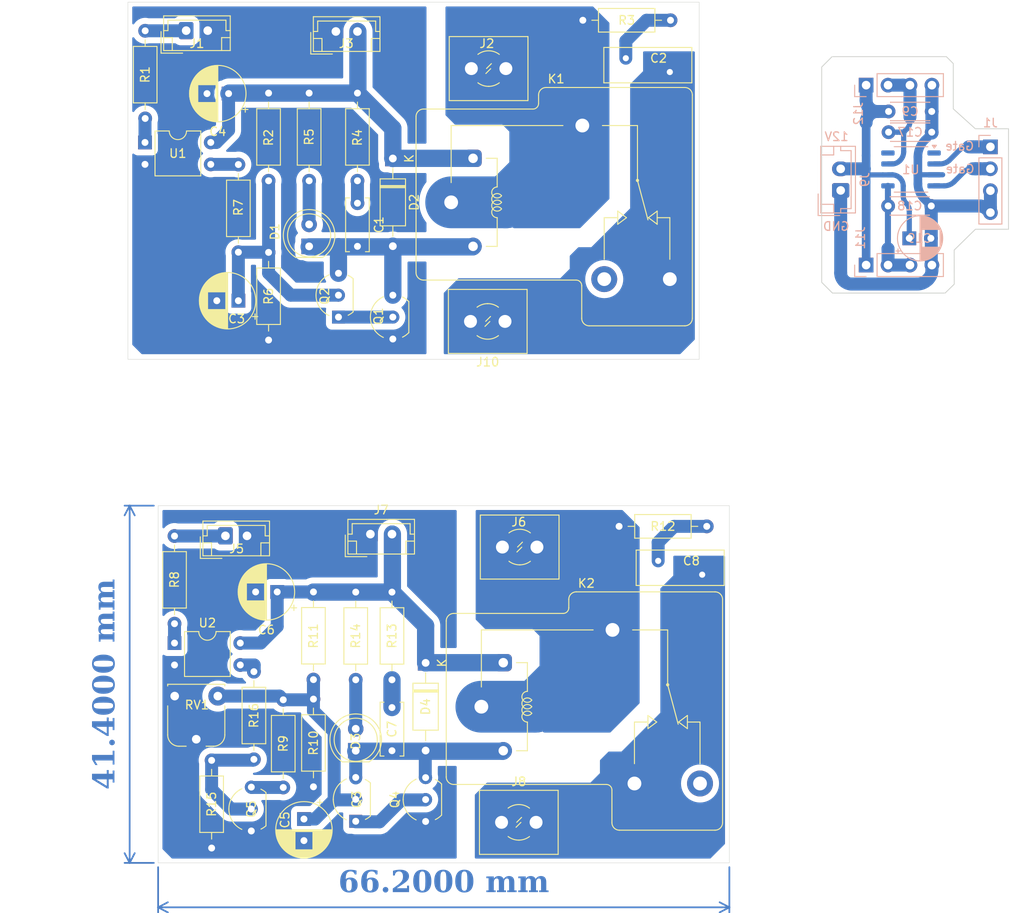
<source format=kicad_pcb>
(kicad_pcb (version 20240108) (generator "pcbnew") (generator_version "8.0")
  (layers (0 "F.Cu" signal) (31 "B.Cu" signal) (34 "B.Paste" user) (35 "F.Paste" user) (36 "B.SilkS" user "B.Silkscreen") (37 "F.SilkS" user "F.Silkscreen") (38 "B.Mask" user) (39 "F.Mask" user) (44 "Edge.Cuts" user))
  (net 0 "")
  (net 1 "Net-(D1-K)")
  (net 2 "Net-(C1-Pad1)")
  (net 3 "VDD")
  (net 4 "Net-(C2-Pad1)")
  (net 5 "GND")
  (net 6 "Net-(Q2-B)")
  (net 7 "Net-(D1-A)")
  (net 8 "+12V")
  (net 9 "/Relay")
  (net 10 "+48V")
  (net 11 "Net-(Q3-B)")
  (net 12 "Net-(Q1-B)")
  (net 13 "Net-(R1-Pad1)")
  (net 14 "Net-(R7-Pad2)")
  (net 15 "Net-(D3-K)")
  (net 16 "Net-(C7-Pad1)")
  (net 17 "Net-(C8-Pad1)")
  (net 18 "Net-(D3-A)")
  (net 19 "Net-(Q3-E)")
  (net 20 "Net-(R8-Pad1)")
  (net 21 "Net-(Q5-C)")
  (net 24 "Net-(Q5-B)")
  (net 25 "Net-(R16-Pad2)")
  (footprint "Capacitor_THT:CP_Radial_D6.3mm_P2.50mm" (layer "F.Cu") (at 119.4 55.25 180)
    (property "Reference" "C3")
    (property "Value" "220uF_16V")
  )
  (footprint "Resistor_THT:R_Axial_DIN0207_L6.3mm_D2.5mm_P10.16mm_Horizontal" (layer "F.Cu") (at 124.6 101.5 -90)
    (property "Reference" "R9")
    (property "Value" "22")
  )
  (footprint "Package_TO_SOT_THT:TO-92_Inline_Wide" (layer "F.Cu") (at 141.1 115.6 90)
    (property "Reference" "Q4")
    (property "Value" "2N2222")
  )
  (footprint "Capacitor_THT:C_Disc_D6.0mm_W2.5mm_P5.00mm" (layer "F.Cu") (at 137.2 102.4 -90)
    (property "Reference" "C7")
    (property "Value" "104/100V")
  )
  (footprint "Package_TO_SOT_THT:TO-92L_Inline_Wide" (layer "F.Cu") (at 133 115.58 90)
    (property "Reference" "Q3")
    (property "Value" "2N3904")
  )
  (footprint "Capacitor_THT:CP_Radial_D6.3mm_P2.50mm" (layer "F.Cu") (at 123.9 89 180)
    (property "Reference" "C6")
    (property "Value" "220uF_25V")
  )
  (footprint "TerminalBlock_MetzConnect:TerminalBlock_MetzConnect_360291_1x01_Horizontal_ScrewM3.0_Boxed" (layer "F.Cu") (at 150 83.8)
    (property "Reference" "J6")
    (property "Value" "+48VDC/COM")
  )
  (footprint "Resistor_THT:R_Axial_DIN0207_L6.3mm_D2.5mm_P10.16mm_Horizontal" (layer "F.Cu") (at 137.2 89.02 -90)
    (property "Reference" "R13")
    (property "Value" "100")
  )
  (footprint "Package_TO_SOT_THT:TO-92L_Inline_Wide" (layer "F.Cu") (at 120.9 116.7 90)
    (property "Reference" "Q5")
    (property "Value" "2N3904")
  )
  (footprint "Resistor_THT:R_Axial_DIN0207_L6.3mm_D2.5mm_P10.16mm_Horizontal" (layer "F.Cu") (at 122.9 41.35 90)
    (property "Reference" "R2")
    (property "Value" "100k")
  )
  (footprint "Connector_JST:JST_EH_B2B-EH-A_1x02_P2.50mm_Vertical" (layer "F.Cu") (at 117.9 82.5)
    (property "Reference" "J5")
    (property "Value" "In Relay")
  )
  (footprint "Capacitor_THT:CP_Radial_D6.3mm_P2.50mm" (layer "F.Cu") (at 127 115.31762 -90)
    (property "Reference" "C5")
    (property "Value" "100uF_16V")
  )
  (footprint "Capacitor_THT:C_Disc_D6.0mm_W2.5mm_P5.00mm" (layer "F.Cu") (at 133.2 43.95 -90)
    (property "Reference" "C1")
    (property "Value" "104/100V")
  )
  (footprint "Connector_JST:JST_EH_B2B-EH-A_1x02_P2.50mm_Vertical" (layer "F.Cu") (at 134.7 82.3)
    (property "Reference" "J7")
    (property "Value" "12V")
  )
  (footprint "Resistor_THT:R_Axial_DIN0207_L6.3mm_D2.5mm_P10.16mm_Horizontal" (layer "F.Cu") (at 108.6 34.13 90)
    (property "Reference" "R1")
    (property "Value" "1k")
  )
  (footprint "Resistor_THT:R_Axial_DIN0207_L6.3mm_D2.5mm_P10.16mm_Horizontal" (layer "F.Cu") (at 163.52 81.4)
    (property "Reference" "R12")
    (property "Value" "100")
  )
  (footprint "Package_TO_SOT_THT:TO-92_Inline_Wide" (layer "F.Cu") (at 137.3 59.69 90)
    (property "Reference" "Q1")
    (property "Value" "2N2222")
  )
  (footprint "Diode_THT:D_A-405_P10.16mm_Horizontal" (layer "F.Cu") (at 141.1 97.22 -90)
    (property "Reference" "D4")
    (property "Value" "D")
  )
  (footprint "Package_DIP:DIP-4_W7.62mm" (layer "F.Cu") (at 108.58 36.91)
    (property "Reference" "U1")
    (property "Value" "EL817")
  )
  (footprint "Resistor_THT:R_Axial_DIN0207_L6.3mm_D2.5mm_P10.16mm_Horizontal" (layer "F.Cu") (at 128.1 111.58 90)
    (property "Reference" "R10")
    (property "Value" "200k")
  )
  (footprint "Resistor_THT:R_Axial_DIN0207_L6.3mm_D2.5mm_P10.16mm_Horizontal" (layer "F.Cu") (at 133.2 31.19 -90)
    (property "Reference" "R4")
    (property "Value" "100")
  )
  (footprint "Relay_THT:Relay_SPDT_RAYEX-L90" (layer "F.Cu") (at 147.56 102.3)
    (property "Reference" "K2")
    (property "Value" "RAYEX-L90")
  )
  (footprint "LED_THT:LED_D5.0mm_Clear" (layer "F.Cu") (at 133 107.4 90)
    (property "Reference" "D3")
    (property "Value" "LED")
  )
  (footprint "Resistor_THT:R_Axial_DIN0207_L6.3mm_D2.5mm_P10.16mm_Horizontal" (layer "F.Cu") (at 159.32 22.75)
    (property "Reference" "R3")
    (property "Value" "100")
  )
  (footprint "Relay_THT:Relay_SPDT_RAYEX-L90" (layer "F.Cu") (at 144.06 43.85)
    (property "Reference" "K1")
    (property "Value" "RAYEX-L90")
  )
  (footprint "Resistor_THT:R_Axial_DIN0207_L6.3mm_D2.5mm_P10.16mm_Horizontal" (layer "F.Cu") (at 128.1 99.16 90)
    (property "Reference" "R11")
    (property "Value" "100k")
  )
  (footprint "Resistor_THT:R_Axial_DIN0207_L6.3mm_D2.5mm_P10.16mm_Horizontal" (layer "F.Cu") (at 112 92.68 90)
    (property "Reference" "R8")
    (property "Value" "1k")
  )
  (footprint "LED_THT:LED_D5.0mm_Clear" (layer "F.Cu") (at 127.6 48.95 90)
    (property "Reference" "D1")
    (property "Value" "LED")
  )
  (footprint "Capacitor_THT:CP_Radial_D6.3mm_P2.50mm" (layer "F.Cu") (at 118.264759 31.249997 180)
    (property "Reference" "C4")
    (property "Value" "220uF_25V")
  )
  (footprint "Resistor_THT:R_Axial_DIN0207_L6.3mm_D2.5mm_P10.16mm_Horizontal" (layer "F.Cu") (at 116.3 118.68 90)
    (property "Reference" "R15")
    (property "Value" "1k")
  )
  (footprint "Resistor_THT:R_Axial_DIN0207_L6.3mm_D2.5mm_P10.16mm_Horizontal" (layer "F.Cu") (at 121.2 108.4 90)
    (property "Reference" "R16")
    (property "Value" "1k")
  )
  (footprint "TerminalBlock_MetzConnect:TerminalBlock_MetzConnect_360291_1x01_Horizontal_ScrewM3.0_Boxed" (layer "F.Cu") (at 146.4 28.35)
    (property "Reference" "J2")
    (property "Value" "+48VDC")
  )
  (footprint "Package_DIP:DIP-4_W7.62mm" (layer "F.Cu") (at 112 94.925)
    (property "Reference" "U2")
    (property "Value" "EL817")
  )
  (footprint "Connector_JST:JST_EH_B2B-EH-A_1x02_P2.50mm_Vertical" (layer "F.Cu") (at 113.35 23.95)
    (property "Reference" "J1")
    (property "Value" "In Relay")
  )
  (footprint "Fuse:Fuse_BelFuse_0ZRE0016FF_L9.9mm_W3.8mm" (layer "F.Cu") (at 168.05 85.4)
    (property "Reference" "C8")
    (property "Value" "102/250V")
  )
  (footprint "Package_TO_SOT_THT:TO-92L_Inline_Wide" (layer "F.Cu") (at 131 57.15 90)
    (property "Reference" "Q2")
    (property "Value" "2N3904")
  )
  (footprint "Diode_THT:D_A-405_P10.16mm_Horizontal" (layer "F.Cu") (at 137.3 38.77 -90)
    (property "Reference" "D2")
    (property "Value" "D")
  )
  (footprint "Resistor_THT:R_Axial_DIN0207_L6.3mm_D2.5mm_P10.16mm_Horizontal" (layer "F.Cu") (at 127.6 31.19 -90)
    (property "Reference" "R5")
    (property "Value" "10k")
  )
  (footprint "Resistor_THT:R_Axial_DIN0207_L6.3mm_D2.5mm_P10.16mm_Horizontal" (layer "F.Cu") (at 122.9 59.81 90)
    (property "Reference" "R6")
    (property "Value" "33k")
  )
  (footprint "Connector_JST:JST_EH_B2B-EH-A_1x02_P2.50mm_Vertical" (layer "F.Cu") (at 130.7 24.05)
    (property "Reference" "J3")
    (property "Value" "12V")
  )
  (footprint "Resistor_THT:R_Axial_DIN0207_L6.3mm_D2.5mm_P10.16mm_Horizontal" (layer "F.Cu") (at 133 89.02 -90)
    (property "Reference" "R14")
    (property "Value" "10k")
  )
  (footprint "PCM_SL_Devices:Potentiometer_RM065" (layer "F.Cu") (at 114.55 103.1)
    (property "Reference" "RV1")
    (property "Value" "200k")
  )
  (footprint "TerminalBlock_MetzConnect:TerminalBlock_MetzConnect_360291_1x01_Horizontal_ScrewM3.0_Boxed" (layer "F.Cu") (at 149.9 115.7)
    (property "Reference" "J8")
    (property "Value" "VDD/NO")
  )
  (footprint "Fuse:Fuse_BelFuse_0ZRE0016FF_L9.9mm_W3.8mm" (layer "F.Cu") (at 164.3 27.15)
    (property "Reference" "C2")
    (property "Value" "102/250V")
  )
  (footprint "Resistor_THT:R_Axial_DIN0207_L6.3mm_D2.5mm_P10.16mm_Horizontal" (layer "F.Cu") (at 119.4 49.63 90)
    (property "Reference" "R7")
    (property "Value" "22")
  )
  (footprint "TerminalBlock_MetzConnect:TerminalBlock_MetzConnect_360291_1x01_Horizontal_ScrewM3.0_Boxed" (layer "F.Cu") (at 150.3 57.65 180)
    (property "Reference" "J10")
    (property "Value" "VDD/NC")
  )
  (footprint "Capacitor_THT:C_Disc_D4.3mm_W1.9mm_P5.00mm" (layer "B.Cu") (at 194.75 33.319697)
    (property "Reference" "C9")
    (property "Value" "104")
  )
  (footprint "Connector_PinSocket_2.54mm:PinSocket_1x04_P2.54mm_Vertical" (layer "B.Cu") (at 192.15 30.269697 -90)
    (property "Reference" "J12")
    (property "Value" "Conn_01x04")
  )
  (footprint "Capacitor_THT:C_Disc_D4.3mm_W1.9mm_P5.00mm" (layer "B.Cu") (at 194.7 44.269697)
    (property "Reference" "C18")
    (property "Value" "102")
  )
  (footprint "Connector_JST:JST_EH_B2B-EH-A_1x02_P2.50mm_Vertical" (layer "B.Cu") (at 189.2 42.469697 90)
    (property "Reference" "J9")
    (property "Value" "12V Gdriver")
  )
  (footprint "Connector_PinSocket_2.54mm:PinSocket_1x04_P2.54mm_Vertical" (layer "B.Cu") (at 192.15 51.119697 -90)
    (property "Reference" "J11")
    (property "Value" "Conn_01x04")
  )
  (footprint "Connector_PinSocket_2.54mm:PinSocket_1x04_P2.54mm_Vertical" (layer "B.Cu") (at 206.55 37.419697 180)
    (property "Reference" "J1")
    (property "Value" "Conn_01x04")
  )
  (footprint "Capacitor_THT:CP_Radial_D5.0mm_P2.50mm" (layer "B.Cu") (at 197.15 48.019697)
    (property "Reference" "C19")
    (property "Value" "10uF/50V")
  )
  (footprint "Capacitor_THT:C_Disc_D4.3mm_W1.9mm_P5.00mm" (layer "B.Cu") (at 194.75 35.719697)
    (property "Reference" "C17")
    (property "Value" "102")
  )
  (footprint "Package_SO:SSOP-8_3.9x5.05mm_P1.27mm" (layer "B.Cu") (at 197.35 40.034697 180)
    (property "Reference" "U1")
    (property "Value" "IRS4427S")
  )
  (gr_rect (start 110.1 79) (end 176.3 120.4) (stroke (width 0.05)) (fill none) (layer "Edge.Cuts"))
  (gr_poly (pts (xy 201.45 26.969697) (xy 188.2 26.969697) (xy 187 28.169697) (xy 187 53.119697) (xy 188.25 54.369697) (xy 201.297502 54.369697) (xy 202.361282 53.331835) (xy 202.355149 49.38035) (xy 204.810891 46.972671) (xy 208.65 46.969697) (xy 208.65 35.319697) (xy 204.8 35.319697) (xy 202.25 33.019697) (xy 202.25 27.769697)) (stroke (width 0.1)) (fill none) (layer "Edge.Cuts"))
  (gr_rect (start 106.6 20.65) (end 172.8 62.05) (stroke (width 0.05)) (fill none) (layer "Edge.Cuts"))
  (gr_text "12V" (at 190.2 36.819697 -0) (layer "B.SilkS") (effects (font (size 1 1)) (justify left bottom mirror)))
  (gr_text "Gate" (at 204.8 40.569697 -0) (layer "B.SilkS") (effects (font (size 1 1)) (justify left bottom mirror)))
  (gr_text "GND" (at 190.3 47.219697 -0) (layer "B.SilkS") (effects (font (size 1 1)) (justify left bottom mirror)))
  (gr_text "Gate" (at 204.75 37.919697 -0) (layer "B.SilkS") (effects (font (size 1 1)) (justify left bottom mirror)))
  (dimension (type aligned) (layer "B.Cu") (pts (xy 110.1 79) (xy 110.1 120.4)) (height 3.3) (gr_text "41.4000 mm" (at 104 99.7 90) (layer "B.Cu") (effects (font (face "Times New Roman") (size 2.5 2.5) (thickness 0.3) (bold yes)))) (format (prefix "") (suffix "") (units 3) (units_format 1) (precision 4)) (style (thickness 0.2) (arrow_length 1.27) (text_position_mode 0) (extension_height 0.58642) (extension_offset 0.5) keep_text_aligned))
  (dimension (type aligned) (layer "B.Cu") (pts (xy 110.1 120.4) (xy 176.3 120.4)) (height 5.15) (gr_text "66.2000 mm" (at 143.2 122.75 0) (layer "B.Cu") (effects (font (face "Times New Roman") (size 2.5 2.5) (thickness 0.3) (bold yes)))) (format (prefix "") (suffix "") (units 3) (units_format 1) (precision 4)) (style (thickness 0.2) (arrow_length 1.27) (text_position_mode 0) (extension_height 0.58642) (extension_offset 0.5) keep_text_aligned))
  (segment (start 198.96 36.632773) (end 199.77 35.822773) (width 1) (layer "B.Cu") (net 0))
  (segment (start 199.77 35.822773) (end 199.77 30.269697) (width 1.5) (layer "B.Cu") (net 0))
  (segment (start 196.43 30.269697) (end 194.69 30.269697) (width 1.5) (layer "B.Cu") (net 0))
  (segment (start 204.312139 37.419697) (end 204.036417 37.419697) (width 1.5) (layer "B.Cu") (net 0))
  (segment (start 206.300722 37.419697) (end 206.55 37.419697) (width 1.5) (layer "B.Cu") (net 0))
  (segment (start 196.5 35.869697) (end 196.5 37.981227) (width 0.6) (layer "B.Cu") (net 0))
  (segment (start 192.15 38.419697) (end 192.15 39.319697) (width 1) (layer "B.Cu") (net 0))
  (segment (start 196.45 43.124722) (end 196.45 41.950027) (width 0.6) (layer "B.Cu") (net 0))
  (segment (start 197.23 34.473509) (end 197.23 33.971603) (width 0.6) (layer "B.Cu") (net 0))
  (segment (start 197.15 44.814671) (end 197.15 48.019697) (width 0.6) (layer "B.Cu") (net 0))
  (segment (start 196.275 35.719697) (end 196.125 35.719697) (width 0.6) (layer "B.Cu") (net 0))
  (segment (start 192.15 32.019697) (end 192.15 34.619697) (width 1) (layer "B.Cu") (net 0))
  (segment (start 196.062392 41.032089) (end 196.075 41.044697) (width 0.6) (layer "B.Cu") (net 0))
  (segment (start 197.23 32.269697) (end 197.23 32.967791) (width 1.5) (layer "B.Cu") (net 0))
  (segment (start 192.160606 40.669697) (end 194.091522 40.669697) (width 0.6) (layer "B.Cu") (net 0))
  (segment (start 197.23 31.469697) (end 197.23 31.069697) (width 1.5) (layer "B.Cu") (net 0))
  (segment (start 204.499084 39.959697) (end 204.369473 39.959697) (width 0.6) (layer "B.Cu") (net 0))
  (segment (start 205.844744 39.959697) (end 206.081104 39.959697) (width 1.5) (layer "B.Cu") (net 0))
  (segment (start 195.1875 40.669697) (end 194.675 40.669697) (width 0.6) (layer "B.Cu") (net 0))
  (segment (start 199.805 44.304697) (end 199.77 44.339697) (width 1.5) (layer "B.Cu") (net 0))
  (segment (start 204.758306 39.959697) (end 204.914604 39.959697) (width 1.5) (layer "B.Cu") (net 0))
  (segment (start 192.15 39.654545) (end 192.15 39.319697) (width 1) (layer "B.Cu") (net 0))
  (segment (start 192.15 39.884848) (end 192.15 40.115151) (width 1) (layer "B.Cu") (net 0))
  (segment (start 198.874784 43.444481) (end 199.7 44.269697) (width 1) (layer "B.Cu") (net 0))
  (segment (start 198.1575 40.662197) (end 198.175606 40.654697) (width 0.6) (layer "B.Cu") (net 0))
  (segment (start 201.189004 41.939697) (end 200.025 41.939697) (width 0.6) (layer "B.Cu") (net 0))
  (segment (start 205.218637 37.419697) (end 204.890027 37.419697) (width 1.5) (layer "B.Cu") (net 0))
  (segment (start 192.15 32.019697) (end 192.15 30.269697) (width 1.5) (layer "B.Cu") (net 0))
  (segment (start 205.235527 44.269697) (end 199.889497 44.269697) (width 1.5) (layer "B.Cu") (net 0))
  (segment (start 198.15 40.65909) (end 198.15 38.588285) (width 1) (layer "B.Cu") (net 0))
  (segment (start 196.35 35.719697) (end 196.275 35.719697) (width 0.6) (layer "B.Cu") (net 0))
  (segment (start 200.6975 39.399697) (end 200.025 39.399697) (width 0.6) (layer "B.Cu") (net 0))
  (segment (start 205.802166 37.419697) (end 205.218637 37.419697) (width 1.5) (layer "B.Cu") (net 0))
  (segment (start 195.75 35.719697) (end 194.75 35.719697) (width 0.6) (layer "B.Cu") (net 0))
  (segment (start 197.23 31.469697) (end 197.23 32.269697) (width 1.5) (layer "B.Cu") (net 0))
  (segment (start 189.2 39.969697) (end 191.95 39.969697) (width 1.5) (layer "B.Cu") (net 0))
  (segment (start 192.15 40.115151) (end 192.15 40.329544) (width 1) (layer "B.Cu") (net 0))
  (segment (start 194.69 49.245303) (end 194.69 51.119697) (width 1.5) (layer "B.Cu") (net 0))
  (segment (start 199.7 51.000199) (end 199.7 44.269697) (width 1.5) (layer "B.Cu") (net 0))
  (segment (start 205.379674 39.959697) (end 204.914604 39.959697) (width 1.5) (layer "B.Cu") (net 0))
  (segment (start 192.15 40.329544) (end 192.15 40.549241) (width 1) (layer "B.Cu") (net 0))
  (segment (start 199.27104 52.820737) (end 199.345 52.746777) (width 1.5) (layer "B.Cu") (net 0))
  (segment (start 198.15 41.694697) (end 198.15 40.680303) (width 1) (layer "B.Cu") (net 0))
  (segment (start 205.235527 44.269697) (end 199.7 44.269697) (width 1.5) (layer "B.Cu") (net 0))
  (segment (start 192.15 40.65909) (end 192.15 40.549241) (width 1) (layer "B.Cu") (net 0))
  (segment (start 194.675 49.20909) (end 194.675 41.939697) (width 0.7) (layer "B.Cu") (net 0))
  (segment (start 204.561417 37.419697) (end 204.312139 37.419697) (width 1.5) (layer "B.Cu") (net 0))
  (segment (start 203.898556 37.419697) (end 204.036417 37.419697) (width 0.6) (layer "B.Cu") (net 0))
  (segment (start 202.957183 37.809626) (end 201.753848 39.012961) (width 0.6) (layer "B.Cu") (net 0))
  (segment (start 192.1575 40.662197) (end 192.165 40.654697) (width 0.6) (layer "B.Cu") (net 0))
  (segment (start 194.69 51.119697) (end 197.23 51.119697) (width 1.5) (layer "B.Cu") (net 0))
  (segment (start 204.758306 39.959697) (end 204.499084 39.959697) (width 1.5) (layer "B.Cu") (net 0))
  (segment (start 199.76 33.309697) (end 199.75 33.319697) (width 1.5) (layer "B.Cu") (net 0))
  (segment (start 199.77 51.169194) (end 199.77 51.720737) (width 1.5) (layer "B.Cu") (net 0))
  (segment (start 190.48033 53.319697) (end 198.066445 53.319697) (width 1.5) (layer "B.Cu") (net 0))
  (segment (start 198.15 40.65909) (end 198.15 40.680303) (width 1) (layer "B.Cu") (net 0))
  (segment (start 202.353291 41.457434) (end 203.484433 40.326292) (width 0.6) (layer "B.Cu") (net 0))
  (segment (start 195.17204 39.399697) (end 194.675 39.399697) (width 0.6) (layer "B.Cu") (net 0))
  (segment (start 192.15 40.65909) (end 192.15 40.680303) (width 1) (layer "B.Cu") (net 0))
  (segment (start 197.23 32.967791) (end 197.23 33.971603) (width 1.5) (layer "B.Cu") (net 0))
  (segment (start 196.864999 35.354696) (end 196.606066 35.61363) (width 0.6) (layer "B.Cu") (net 0))
  (segment (start 206.55 44.495224) (end 206.55 42.499697) (width 1.5) (layer "B.Cu") (net 0))
  (segment (start 206.393701 39.959697) (end 206.55 39.959697) (width 1.5) (layer "B.Cu") (net 0))
  (segment (start 206.300722 37.419697) (end 205.802166 37.419697) (width 1.5) (layer "B.Cu") (net 0))
  (segment (start 192.15 40.680303) (end 192.15 51.119697) (width 1) (layer "B.Cu") (net 0))
  (segment (start 196.02054 39.048236) (end 196.084539 38.984236) (width 0.6) (layer "B.Cu") (net 0))
  (segment (start 198.175606 40.654697) (end 201.014393 40.654697) (width 0.6) (layer "B.Cu") (net 0))
  (segment (start 204.890027 37.419697) (end 204.561417 37.419697) (width 1.5) (layer "B.Cu") (net 0))
  (segment (start 189.2 52.039366) (end 189.2 42.469697) (width 1.5) (layer "B.Cu") (net 0))
  (segment (start 205.844744 39.959697) (end 205.379674 39.959697) (width 1.5) (layer "B.Cu") (net 0))
  (segment (start 196.05 35.719697) (end 195.75 35.719697) (width 0.6) (layer "B.Cu") (net 0))
  (segment (start 193.45 33.319697) (end 194.75 33.319697) (width 1.5) (layer "B.Cu") (net 0))
  (segment (start 192.15 39.654545) (end 192.15 39.884848) (width 1) (layer "B.Cu") (net 0))
  (segment (start 199.77 33.285554) (end 199.77 30.269697) (width 1.5) (layer "B.Cu") (net 0))
  (segment (start 192.15 34.619697) (end 192.15 38.419697) (width 1) (layer "B.Cu") (net 0))
  (segment (start 196.125 35.719697) (end 196.05 35.719697) (width 0.6) (layer "B.Cu") (net 0))
  (segment (start 206.393701 39.959697) (end 206.081104 39.959697) (width 1.5) (layer "B.Cu") (net 0))
  (arc (start 205.235527 44.269697) (mid 205.235527 44.269697) (end 205.235527 44.269697) (width 1.5) (layer "B.Cu") (net 0))
  (arc (start 199.805 44.304697) (mid 199.843767 44.278793) (end 199.889497 44.269697) (width 1.5) (layer "B.Cu") (net 0))
  (arc (start 196.8 43.969697) (mid 197.059037 44.357374) (end 197.15 44.814671) (width 0.6) (layer "B.Cu") (net 0))
  (arc (start 193.45 33.319697) (mid 192.530761 33.700458) (end 192.15 34.619697) (width 1.5) (layer "B.Cu") (net 0))
  (arc (start 198.1575 40.662197) (mid 198.152712 40.663149) (end 198.15 40.65909) (width 1) (layer "B.Cu") (net 0))
  (arc (start 203.898556 37.419697) (mid 203.389089 37.521036) (end 202.957183 37.809626) (width 0.6) (layer "B.Cu") (net 0))
  (arc (start 199.27104 52.820737) (mid 198.718367 53.190021) (end 198.066445 53.319697) (width 1.5) (layer "B.Cu") (net 0))
  (arc (start 206.55 44.495224) (mid 206.410777 44.703584) (end 206.165 44.654697) (width 1.5) (layer "B.Cu") (net 0))
  (arc (start 196.45 41.950027) (mid 196.35254 41.460065) (end 196.075 41.044697) (width 0.6) (layer "B.Cu") (net 0))
  (arc (start 198.1575 40.662197) (mid 198.151949 40.670504) (end 198.15 40.680303) (width 0.7) (layer "B.Cu") (net 0))
  (arc (start 192.15 32.019697) (mid 192.530761 32.938935) (end 193.45 33.319697) (width 1.5) (layer "B.Cu") (net 0))
  (arc (start 194.69 49.245303) (mid 194.68805 49.235504) (end 194.6825 49.227197) (width 1.5) (layer "B.Cu") (net 0))
  (arc (start 199.77 51.169194) (mid 199.760903 51.123464) (end 199.735 51.084697) (width 1.5) (layer "B.Cu") (net 0))
  (arc (start 204.369473 39.959697) (mid 203.890493 40.054971) (end 203.484433 40.326292) (width 0.6) (layer "B.Cu") (net 0))
  (arc (start 196.062392 41.032089) (mid 195.660988 40.763879) (end 195.1875 40.669697) (width 0.6) (layer "B.Cu") (net 0))
  (arc (start 205.235527 44.269697) (mid 205.738554 44.369755) (end 206.165 44.654697) (width 1.5) (layer "B.Cu") (net 0))
  (arc (start 199.76 33.309697) (mid 199.767401 33.29862) (end 199.77 33.285554) (width 1.5) (layer "B.Cu") (net 0))
  (arc (start 196.5 35.869697) (mid 196.527565 35.731114) (end 196.606066 35.61363) (width 0.6) (layer "B.Cu") (net 0))
  (arc (start 202.353291 41.457434) (mid 201.819112 41.814361) (end 201.189004 41.939697) (width 0.6) (layer "B.Cu") (net 0))
  (arc (start 196.35 35.719697) (mid 196.456066 35.76363) (end 196.5 35.869697) (width 0.6) (layer "B.Cu") (net 0))
  (arc (start 189.575 52.944697) (mid 189.990368 53.222237) (end 190.48033 53.319697) (width 1.5) (layer "B.Cu") (net 0))
  (arc (start 195.17204 39.399697) (mid 195.631244 39.308355) (end 196.02054 39.048236) (width 0.6) (layer "B.Cu") (net 0))
  (arc (start 192.1575 40.662197) (mid 192.156547 40.666984) (end 192.160606 40.669697) (width 0.6) (layer "B.Cu") (net 0))
  (arc (start 197.23 31.069697) (mid 196.995685 30.504011) (end 196.43 30.269697) (width 1.5) (layer "B.Cu") (net 0))
  (arc (start 196.084539 38.984236) (mid 196.392025 38.524052) (end 196.5 37.981227) (width 0.6) (layer "B.Cu") (net 0))
  (arc (start 198.15 41.694697) (mid 198.338365 42.641673) (end 198.874784 43.444481) (width 1) (layer "B.Cu") (net 0))
  (arc (start 199.7 51.000199) (mid 199.709096 51.045929) (end 199.735 51.084697) (width 1.5) (layer "B.Cu") (net 0))
  (arc (start 196.35 35.719697) (mid 196.488581 35.692131) (end 196.606066 35.61363) (width 0.6) (layer "B.Cu") (net 0))
  (arc (start 192.15 40.680303) (mid 192.153106 40.672803) (end 192.160606 40.669697) (width 0.6) (layer "B.Cu") (net 0))
  (arc (start 199.77 51.720737) (mid 199.659546 52.276026) (end 199.345 52.746777) (width 1.5) (layer "B.Cu") (net 0))
  (arc (start 192.15 40.65909) (mid 192.152712 40.663149) (end 192.1575 40.662197) (width 1) (layer "B.Cu") (net 0))
  (arc (start 196.45 43.124722) (mid 196.540962 43.582019) (end 196.8 43.969697) (width 0.6) (layer "B.Cu") (net 0))
  (arc (start 200.6975 39.399697) (mid 201.259444 39.299349) (end 201.753848 39.012961) (width 0.6) (layer "B.Cu") (net 0))
  (arc (start 205.235527 44.269697) (mid 205.738554 44.369755) (end 206.165 44.654697) (width 1.5) (layer "B.Cu") (net 0))
  (arc (start 189.575 52.944697) (mid 189.297459 52.529327) (end 189.2 52.039366) (width 1.5) (layer "B.Cu") (net 0))
  (arc (start 194.675 49.20909) (mid 194.676949 49.218889) (end 194.6825 49.227197) (width 0.7) (layer "B.Cu") (net 0))
  (arc (start 196.864999 35.354696) (mid 197.135139 34.950404) (end 197.23 34.473509) (width 0.6) (layer "B.Cu") (net 0))
  (arc (start 198.96 36.632773) (mid 198.360512 37.529969) (end 198.15 38.588285) (width 1) (layer "B.Cu") (net 0))
  (segment (start 146.54 49.01) (end 131 49.01) (width 2) (layer "B.Cu") (net 1))
  (segment (start 146.6 48.95) (end 146.54 49.01) (width 2) (layer "B.Cu") (net 1))
  (segment (start 137.3 54.61) (end 137.3 48.93) (width 2) (layer "B.Cu") (net 1))
  (segment (start 131 49.01) (end 127.6 49.01) (width 2) (layer "B.Cu") (net 1))
  (segment (start 131 52.07) (end 131 49.01) (width 2) (layer "B.Cu") (net 1))
  (segment (start 133.2 43.95) (end 133.2 41.35) (width 1.5) (layer "B.Cu") (net 2))
  (segment (start 166.7 22.75) (end 169.48 22.75) (width 1.5) (layer "B.Cu") (net 4))
  (segment (start 164.3 27.15) (end 164.3 25.15) (width 1.5) (layer "B.Cu") (net 4))
  (segment (start 164.3 25.15) (end 166.7 22.75) (width 1.5) (layer "B.Cu") (net 4))
  (segment (start 108.58 39.45) (end 112.5 39.45) (width 1.5) (layer "B.Cu") (net 5))
  (segment (start 112.6 55.25) (end 112.6 39.35) (width 1.5) (layer "B.Cu") (net 5))
  (segment (start 123 59.65) (end 137.26 59.65) (width 1.5) (layer "B.Cu") (net 5))
  (segment (start 114.86 59.81) (end 112.6 57.55) (width 1.5) (layer "B.Cu") (net 5))
  (segment (start 112.6 34.414756) (end 115.85 31.164756) (width 1.5) (layer "B.Cu") (net 5))
  (segment (start 115.85 31.164756) (end 115.85 24.05) (width 1.5) (layer "B.Cu") (net 5))
  (segment (start 115.85 31.164756) (end 115.764759 31.249997) (width 1.5) (layer "B.Cu") (net 5))
  (segment (start 112.6 57.55) (end 112.6 55.25) (width 1.5) (layer "B.Cu") (net 5))
  (segment (start 116.9 55.25) (end 112.6 55.25) (width 1.5) (layer "B.Cu") (net 5))
  (segment (start 137.26 59.65) (end 137.3 59.69) (width 1.5) (layer "B.Cu") (net 5))
  (segment (start 115.85 24.05) (end 130.7 24.05) (width 1.5) (layer "B.Cu") (net 5))
  (segment (start 122.9 59.81) (end 114.86 59.81) (width 1.5) (layer "B.Cu") (net 5))
  (segment (start 112.5 39.45) (end 112.6 39.35) (width 1.5) (layer "B.Cu") (net 5))
  (segment (start 112.6 39.35) (end 112.6 34.414756) (width 1.5) (layer "B.Cu") (net 5))
  (segment (start 131 54.61) (end 125.46 54.61) (width 1.5) (layer "B.Cu") (net 6))
  (segment (start 122.9 52.05) (end 122.9 41.35) (width 1.5) (layer "B.Cu") (net 6))
  (segment (start 119.4 49.63) (end 122.86 49.63) (width 1.5) (layer "B.Cu") (net 6))
  (segment (start 119.4 55.25) (end 119.4 49.63) (width 1.5) (layer "B.Cu") (net 6))
  (segment (start 125.46 54.61) (end 122.9 52.05) (width 1.5) (layer "B.Cu") (net 6))
  (segment (start 127.6 46.41) (end 127.6 41.35) (width 1.5) (layer "B.Cu") (net 7))
  (segment (start 137.32 38.75) (end 137.3 38.77) (width 2) (layer "B.Cu") (net 8))
  (segment (start 150.1 97.2) (end 141.12 97.2) (width 2) (layer "B.Cu") (net 8))
  (segment (start 137.2 89.02) (end 128.12 89.02) (width 2) (layer "B.Cu") (net 8))
  (segment (start 137.3 38.77) (end 137.3 35.29) (width 2) (layer "B.Cu") (net 8))
  (segment (start 118.359997 31.19) (end 118.3 31.249997) (width 2) (layer "B.Cu") (net 8))
  (segment (start 133.2 31.19) (end 133.25 31.14) (width 2) (layer "B.Cu") (net 8))
  (segment (start 123.9 89) (end 128.06 89) (width 1.5) (layer "B.Cu") (net 8))
  (segment (start 133.2 31.19) (end 118.359997 31.19) (width 2) (layer "B.Cu") (net 8))
  (segment (start 137.25 88.97) (end 137.25 82.3) (width 2) (layer "B.Cu") (net 8))
  (segment (start 133.2 31.19) (end 118.324756 31.19) (width 1.5) (layer "B.Cu") (net 8))
  (segment (start 118.264759 35.485241) (end 118.264759 31.249997) (width 1.5) (layer "B.Cu") (net 8))
  (segment (start 128.1 89) (end 123.9 89) (width 1.5) (layer "B.Cu") (net 8))
  (segment (start 118.324756 31.19) (end 118.264759 31.249997) (width 1.5) (layer "B.Cu") (net 8))
  (segment (start 116.2 36.91) (end 116.84 36.91) (width 1.5) (layer "B.Cu") (net 8))
  (segment (start 123.9 93) (end 123.9 89) (width 1.5) (layer "B.Cu") (net 8))
  (segment (start 133.25 31.14) (end 133.25 24.05) (width 2) (layer "B.Cu") (net 8))
  (segment (start 133.2 24.05) (end 133.2 31.19) (width 1.5) (layer "B.Cu") (net 8))
  (segment (start 141.12 97.2) (end 141.1 97.22) (width 2) (layer "B.Cu") (net 8))
  (segment (start 141.1 92.92) (end 137.2 89.02) (width 2) (layer "B.Cu") (net 8))
  (segment (start 121.975 94.925) (end 123.9 93) (width 1.5) (layer "B.Cu") (net 8))
  (segment (start 137.2 89.02) (end 137.25 88.97) (width 2) (layer "B.Cu") (net 8))
  (segment (start 116.84 36.91) (end 118.264759 35.485241) (width 1.5) (layer "B.Cu") (net 8))
  (segment (start 119.62 94.925) (end 121.975 94.925) (width 1.5) (layer "B.Cu") (net 8))
  (segment (start 141.1 97.22) (end 141.1 92.92) (width 2) (layer "B.Cu") (net 8))
  (segment (start 146.6 38.75) (end 137.32 38.75) (width 2) (layer "B.Cu") (net 8))
  (segment (start 137.2 82.3) (end 137.2 89.02) (width 1.5) (layer "B.Cu") (net 8))
  (segment (start 137.3 35.29) (end 133.2 31.19) (width 2) (layer "B.Cu") (net 8))
  (segment (start 128.12 89.02) (end 128.1 89.04) (width 2) (layer "B.Cu") (net 8))
  (segment (start 128.06 89) (end 128.1 89.04) (width 1.5) (layer "B.Cu") (net 8))
  (segment (start 113.33 23.97) (end 113.35 23.95) (width 1.5) (layer "B.Cu") (net 9))
  (segment (start 117.88 82.52) (end 117.9 82.5) (width 1.5) (layer "B.Cu") (net 9))
  (segment (start 108.6 23.97) (end 113.33 23.97) (width 1.5) (layer "B.Cu") (net 9))
  (segment (start 112 82.52) (end 117.88 82.52) (width 1.5) (layer "B.Cu") (net 9))
  (segment (start 150.4 43.85) (end 159.26 34.99) (width 6) (layer "B.Cu") (net 10))
  (segment (start 147.56 102.3) (end 153.8 102.3) (width 6) (layer "B.Cu") (net 10))
  (segment (start 162.7 93.4) (end 162.76 93.4) (width 6) (layer "B.Cu") (net 10))
  (segment (start 144.06 43.85) (end 150.4 43.85) (width 6) (layer "B.Cu") (net 10))
  (segment (start 159.26 34.99) (end 159.26 34.95) (width 6) (layer "B.Cu") (net 10))
  (segment (start 153.8 102.3) (end 162.7 93.4) (width 6) (layer "B.Cu") (net 10))
  (segment (start 128.28238 115.31762) (end 130.5 113.1) (width 1.5) (layer "B.Cu") (net 11))
  (segment (start 128.1 99.16) (end 128.1 102.8) (width 1.5) (layer "B.Cu") (net 11))
  (segment (start 124.17 101.07) (end 124.6 101.5) (width 1.5) (layer "B.Cu") (net 11))
  (segment (start 127 115.31762) (end 128.28238 115.31762) (width 1.5) (layer "B.Cu") (net 11))
  (segment (start 128.02 101.5) (end 128.1 101.42) (width 1.5) (layer "B.Cu") (net 11))
  (segment (start 128.1 101.42) (end 128.1 99.16) (width 1.5) (layer "B.Cu") (net 11))
  (segment (start 117.02 101.07) (end 124.17 101.07) (width 1.5) (layer "B.Cu") (net 11))
  (segment (start 130.5 105.2) (end 130.5 113.1) (width 1.5) (layer "B.Cu") (net 11))
  (segment (start 128.1 102.8) (end 130.5 105.2) (width 1.5) (layer "B.Cu") (net 11))
  (segment (start 124.6 101.5) (end 128.02 101.5) (width 1.5) (layer "B.Cu") (net 11))
  (segment (start 133 113.1) (end 130.5 113.1) (width 1.5) (layer "B.Cu") (net 11))
  (segment (start 131 57.15) (end 137.3 57.15) (width 1.5) (layer "B.Cu") (net 12))
  (segment (start 108.58 34.15) (end 108.6 34.13) (width 1.5) (layer "B.Cu") (net 13))
  (segment (start 108.58 36.91) (end 108.58 34.15) (width 1.5) (layer "B.Cu") (net 13))
  (segment (start 119.38 39.45) (end 119.4 39.47) (width 1.5) (layer "B.Cu") (net 14))
  (segment (start 116.2 39.45) (end 119.38 39.45) (width 1.5) (layer "B.Cu") (net 14))
  (segment (start 133 110.56) (end 133 107.4) (width 1.5) (layer "B.Cu") (net 15))
  (segment (start 141.06 107.42) (end 141.1 107.38) (width 1.5) (layer "B.Cu") (net 15))
  (segment (start 150.04 107.46) (end 133 107.46) (width 2) (layer "B.Cu") (net 15))
  (segment (start 141.06 110.48) (end 141.06 107.42) (width 1.5) (layer "B.Cu") (net 15))
  (segment (start 150.1 107.4) (end 150.04 107.46) (width 2) (layer "B.Cu") (net 15))
  (segment (start 141.1 110.52) (end 141.06 110.48) (width 1.5) (layer "B.Cu") (net 15))
  (segment (start 137.2 102.4) (end 137.2 99.18) (width 2) (layer "B.Cu") (net 16))
  (segment (start 169.9 81.4) (end 173.68 81.4) (width 1.5) (layer "B.Cu") (net 17))
  (segment (start 168.05 85.4) (end 168.05 83.25) (width 1.5) (layer "B.Cu") (net 17))
  (segment (start 168.05 83.25) (end 169.9 81.4) (width 1.5) (layer "B.Cu") (net 17))
  (segment (start 133 104.86) (end 133 99.18) (width 1.5) (layer "B.Cu") (net 18))
  (segment (start 135.76 115.64) (end 138.3 113.1) (width 1.5) (layer "B.Cu") (net 19))
  (segment (start 138.3 113.1) (end 141.06 113.1) (width 1.5) (layer "B.Cu") (net 19))
  (segment (start 141.06 113.1) (end 141.1 113.06) (width 1.5) (layer "B.Cu") (net 19))
  (segment (start 133 115.64) (end 135.76 115.64) (width 1.5) (layer "B.Cu") (net 19))
  (segment (start 112 94.925) (end 112 92.68) (width 1.5) (layer "B.Cu") (net 20))
  (segment (start 120.94 111.66) (end 120.9 111.62) (width 1.5) (layer "B.Cu") (net 21))
  (segment (start 124.6 111.66) (end 120.94 111.66) (width 1.5) (layer "B.Cu") (net 21))
  (segment (start 116.3 108.52) (end 116.32 108.5) (width 1.5) (layer "B.Cu") (net 24))
  (segment (start 118.56 114.16) (end 116.3 111.9) (width 1.5) (layer "B.Cu") (net 24))
  (segment (start 116.3 111.9) (end 116.3 108.52) (width 1.5) (layer "B.Cu") (net 24))
  (segment (start 121.1 108.5) (end 121.2 108.4) (width 1.5) (layer "B.Cu") (net 24))
  (segment (start 120.9 114.16) (end 118.56 114.16) (width 1.5) (layer "B.Cu") (net 24))
  (segment (start 116.32 108.5) (end 121.1 108.5) (width 1.5) (layer "B.Cu") (net 24))
  (segment (start 121.2 98.24) (end 121.235 98.205) (width 1.5) (layer "B.Cu") (net 25))
  (segment (start 121.235 97.465) (end 119.62 97.465) (width 1.5) (layer "B.Cu") (net 25))
  (segment (start 121.235 98.205) (end 121.235 97.465) (width 1.5) (layer "B.Cu") (net 25))
  (zone (net 3) (net_name "VDD") (layer "B.Cu") (priority 2) (connect_pads yes (clearance 0.7)) (min_thickness 0.25) (fill yes (thermal_gap 0.5) (thermal_bridge_width 0.5))
    (polygon (pts (xy 166.3 26.35) (xy 172.3 26.35) (xy 172.3 59.75) (xy 170.6 61.45) (xy 143.2 61.45) (xy 143.2 54.35) (xy 144.9 52.65) (xy 156.7 52.65) (xy 157.8 51.55) (xy 157.8 50.05) (xy 158.8 49.05) (xy 160.3 49.05) (xy 164.8 44.55) (xy 164.8 30.15) (xy 166.3 28.65)))
  )
  (zone (net 10) (net_name "+48V") (layer "B.Cu") (priority 1) (connect_pads yes (clearance 0.7)) (min_thickness 0.25) (fill yes (thermal_gap 0.5) (thermal_bridge_width 0.5))
    (polygon (pts (xy 146.9 79.5) (xy 163.9 79.5) (xy 165.9 81.5) (xy 165.9 101.9) (xy 162.5 105.3) (xy 154.8 105.3) (xy 154.3 104.8) (xy 154.3 94.1) (xy 153.5 93.3) (xy 148 93.3) (xy 146.9 92.2)))
  )
  (zone (net 5) (net_name "GND") (layer "B.Cu") (connect_pads yes (clearance 0.7)) (min_thickness 0.25) (fill yes (thermal_gap 0.5) (thermal_bridge_width 0.5))
    (polygon (pts (xy 106.9 21.05) (xy 141.2 21.05) (xy 141.2 61.45) (xy 108.2 61.45) (xy 106.9 60.15)))
  )
  (zone (net 3) (net_name "VDD") (layer "B.Cu") (priority 2) (connect_pads yes (clearance 0.7)) (min_thickness 0.25) (fill yes (thermal_gap 0.5) (thermal_bridge_width 0.5))
    (polygon (pts (xy 169.8 84.8) (xy 175.8 84.8) (xy 175.8 118.2) (xy 174.1 119.9) (xy 146.8 119.9) (xy 146.8 112.5) (xy 148.2 111.1) (xy 160.2 111.1) (xy 161.3 110) (xy 161.3 108.5) (xy 162.3 107.5) (xy 163.8 107.5) (xy 168.3 103) (xy 168.3 88.6) (xy 169.8 87.1)))
  )
  (zone (net 10) (net_name "+48V") (layer "B.Cu") (priority 1) (connect_pads yes (clearance 0.7)) (min_thickness 0.25) (fill yes (thermal_gap 0.5) (thermal_bridge_width 0.5))
    (polygon (pts (xy 143.4 21.05) (xy 160.4 21.05) (xy 162.4 23.05) (xy 162.4 43.45) (xy 159 46.85) (xy 151.3 46.85) (xy 150.8 46.35) (xy 150.8 35.65) (xy 150 34.85) (xy 144.5 34.85) (xy 143.4 33.75)))
  )
  (zone (net 5) (net_name "GND") (layer "B.Cu") (connect_pads yes (clearance 0.7)) (min_thickness 0.25) (fill yes (thermal_gap 0.5) (thermal_bridge_width 0.5))
    (polygon (pts (xy 110.4 79.5) (xy 144.7 79.5) (xy 144.7 119.9) (xy 111.7 119.9) (xy 110.4 118.6)))
  )
)
</source>
